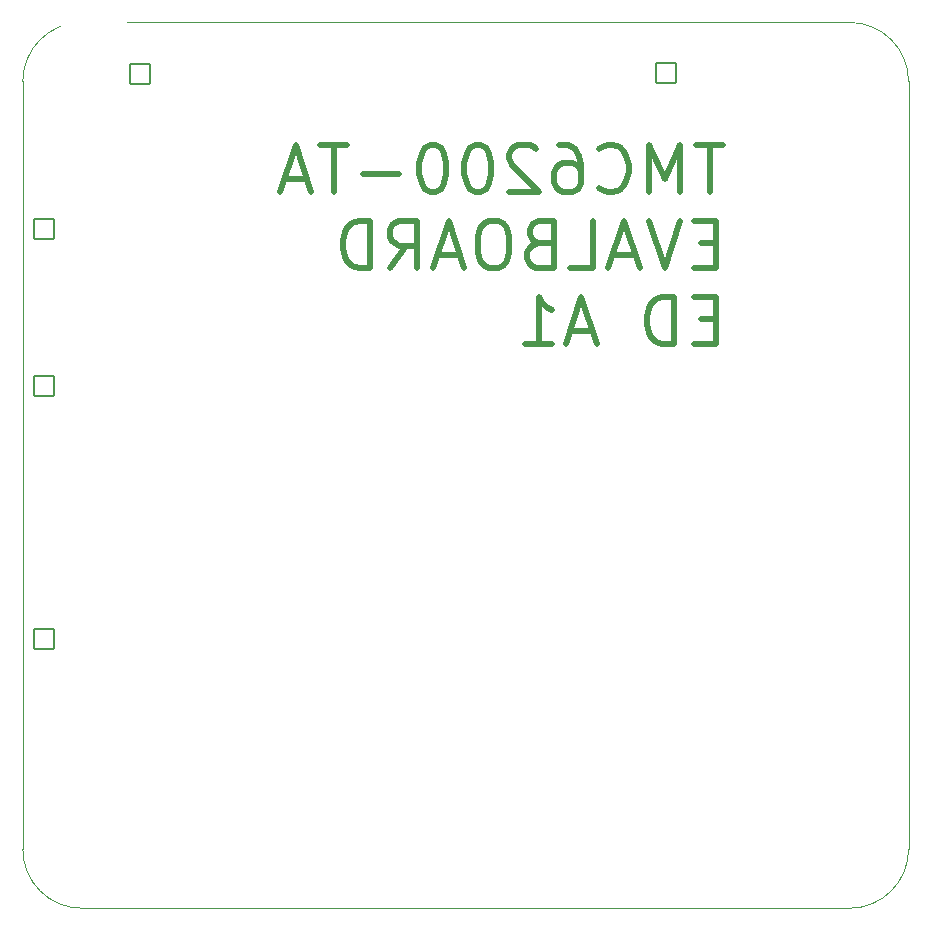
<source format=gbo>
%TF.GenerationSoftware,KiCad,Pcbnew,6.0.4-6f826c9f35~116~ubuntu20.04.1*%
%TF.CreationDate,2022-03-31T23:30:20+02:00*%
%TF.ProjectId,eval_board_tmc6200-ta,6576616c-5f62-46f6-9172-645f746d6336,rev?*%
%TF.SameCoordinates,Original*%
%TF.FileFunction,Legend,Bot*%
%TF.FilePolarity,Positive*%
%FSLAX46Y46*%
G04 Gerber Fmt 4.6, Leading zero omitted, Abs format (unit mm)*
G04 Created by KiCad (PCBNEW 6.0.4-6f826c9f35~116~ubuntu20.04.1) date 2022-03-31 23:30:20*
%MOMM*%
%LPD*%
G01*
G04 APERTURE LIST*
G04 Aperture macros list*
%AMRoundRect*
0 Rectangle with rounded corners*
0 $1 Rounding radius*
0 $2 $3 $4 $5 $6 $7 $8 $9 X,Y pos of 4 corners*
0 Add a 4 corners polygon primitive as box body*
4,1,4,$2,$3,$4,$5,$6,$7,$8,$9,$2,$3,0*
0 Add four circle primitives for the rounded corners*
1,1,$1+$1,$2,$3*
1,1,$1+$1,$4,$5*
1,1,$1+$1,$6,$7*
1,1,$1+$1,$8,$9*
0 Add four rect primitives between the rounded corners*
20,1,$1+$1,$2,$3,$4,$5,0*
20,1,$1+$1,$4,$5,$6,$7,0*
20,1,$1+$1,$6,$7,$8,$9,0*
20,1,$1+$1,$8,$9,$2,$3,0*%
G04 Aperture macros list end*
%TA.AperFunction,Profile*%
%ADD10C,0.100000*%
%TD*%
%ADD11C,0.500000*%
%ADD12C,0.010000*%
%ADD13RoundRect,0.050000X0.850000X-0.850000X0.850000X0.850000X-0.850000X0.850000X-0.850000X-0.850000X0*%
%ADD14O,1.800000X1.800000*%
%ADD15C,3.200000*%
%ADD16C,5.500000*%
%ADD17RoundRect,0.050000X-0.850000X-0.850000X0.850000X-0.850000X0.850000X0.850000X-0.850000X0.850000X0*%
%ADD18RoundRect,0.050000X0.850000X0.850000X-0.850000X0.850000X-0.850000X-0.850000X0.850000X-0.850000X0*%
G04 APERTURE END LIST*
D10*
X13978000Y-190645000D02*
G75*
G03*
X18978000Y-195645000I5000000J0D01*
G01*
X83978000Y-195645000D02*
G75*
G03*
X88978000Y-190645000I0J5000000D01*
G01*
X18978000Y-120645000D02*
G75*
G03*
X13978000Y-125645000I0J-5000000D01*
G01*
X88978000Y-125645000D02*
G75*
G03*
X83978000Y-120645000I-5000000J0D01*
G01*
X18978000Y-120645000D02*
X83978000Y-120645000D01*
X13978000Y-190645000D02*
X13978000Y-125645000D01*
X83978000Y-195645000D02*
X18978000Y-195645000D01*
X88978000Y-125645000D02*
X88978000Y-190645000D01*
D11*
X73272047Y-131014523D02*
X70986333Y-131014523D01*
X72129190Y-135014523D02*
X72129190Y-131014523D01*
X69653000Y-135014523D02*
X69653000Y-131014523D01*
X68319666Y-133871666D01*
X66986333Y-131014523D01*
X66986333Y-135014523D01*
X62795857Y-134633571D02*
X62986333Y-134824047D01*
X63557761Y-135014523D01*
X63938714Y-135014523D01*
X64510142Y-134824047D01*
X64891095Y-134443095D01*
X65081571Y-134062142D01*
X65272047Y-133300238D01*
X65272047Y-132728809D01*
X65081571Y-131966904D01*
X64891095Y-131585952D01*
X64510142Y-131205000D01*
X63938714Y-131014523D01*
X63557761Y-131014523D01*
X62986333Y-131205000D01*
X62795857Y-131395476D01*
X59367285Y-131014523D02*
X60129190Y-131014523D01*
X60510142Y-131205000D01*
X60700619Y-131395476D01*
X61081571Y-131966904D01*
X61272047Y-132728809D01*
X61272047Y-134252619D01*
X61081571Y-134633571D01*
X60891095Y-134824047D01*
X60510142Y-135014523D01*
X59748238Y-135014523D01*
X59367285Y-134824047D01*
X59176809Y-134633571D01*
X58986333Y-134252619D01*
X58986333Y-133300238D01*
X59176809Y-132919285D01*
X59367285Y-132728809D01*
X59748238Y-132538333D01*
X60510142Y-132538333D01*
X60891095Y-132728809D01*
X61081571Y-132919285D01*
X61272047Y-133300238D01*
X57462523Y-131395476D02*
X57272047Y-131205000D01*
X56891095Y-131014523D01*
X55938714Y-131014523D01*
X55557761Y-131205000D01*
X55367285Y-131395476D01*
X55176809Y-131776428D01*
X55176809Y-132157380D01*
X55367285Y-132728809D01*
X57653000Y-135014523D01*
X55176809Y-135014523D01*
X52700619Y-131014523D02*
X52319666Y-131014523D01*
X51938714Y-131205000D01*
X51748238Y-131395476D01*
X51557761Y-131776428D01*
X51367285Y-132538333D01*
X51367285Y-133490714D01*
X51557761Y-134252619D01*
X51748238Y-134633571D01*
X51938714Y-134824047D01*
X52319666Y-135014523D01*
X52700619Y-135014523D01*
X53081571Y-134824047D01*
X53272047Y-134633571D01*
X53462523Y-134252619D01*
X53653000Y-133490714D01*
X53653000Y-132538333D01*
X53462523Y-131776428D01*
X53272047Y-131395476D01*
X53081571Y-131205000D01*
X52700619Y-131014523D01*
X48891095Y-131014523D02*
X48510142Y-131014523D01*
X48129190Y-131205000D01*
X47938714Y-131395476D01*
X47748238Y-131776428D01*
X47557761Y-132538333D01*
X47557761Y-133490714D01*
X47748238Y-134252619D01*
X47938714Y-134633571D01*
X48129190Y-134824047D01*
X48510142Y-135014523D01*
X48891095Y-135014523D01*
X49272047Y-134824047D01*
X49462523Y-134633571D01*
X49653000Y-134252619D01*
X49843476Y-133490714D01*
X49843476Y-132538333D01*
X49653000Y-131776428D01*
X49462523Y-131395476D01*
X49272047Y-131205000D01*
X48891095Y-131014523D01*
X45843476Y-133490714D02*
X42795857Y-133490714D01*
X41462523Y-131014523D02*
X39176809Y-131014523D01*
X40319666Y-135014523D02*
X40319666Y-131014523D01*
X38033952Y-133871666D02*
X36129190Y-133871666D01*
X38414904Y-135014523D02*
X37081571Y-131014523D01*
X35748238Y-135014523D01*
X72700619Y-139359285D02*
X71367285Y-139359285D01*
X70795857Y-141454523D02*
X72700619Y-141454523D01*
X72700619Y-137454523D01*
X70795857Y-137454523D01*
X69653000Y-137454523D02*
X68319666Y-141454523D01*
X66986333Y-137454523D01*
X65843476Y-140311666D02*
X63938714Y-140311666D01*
X66224428Y-141454523D02*
X64891095Y-137454523D01*
X63557761Y-141454523D01*
X60319666Y-141454523D02*
X62224428Y-141454523D01*
X62224428Y-137454523D01*
X57653000Y-139359285D02*
X57081571Y-139549761D01*
X56891095Y-139740238D01*
X56700619Y-140121190D01*
X56700619Y-140692619D01*
X56891095Y-141073571D01*
X57081571Y-141264047D01*
X57462523Y-141454523D01*
X58986333Y-141454523D01*
X58986333Y-137454523D01*
X57653000Y-137454523D01*
X57272047Y-137645000D01*
X57081571Y-137835476D01*
X56891095Y-138216428D01*
X56891095Y-138597380D01*
X57081571Y-138978333D01*
X57272047Y-139168809D01*
X57653000Y-139359285D01*
X58986333Y-139359285D01*
X54224428Y-137454523D02*
X53462523Y-137454523D01*
X53081571Y-137645000D01*
X52700619Y-138025952D01*
X52510142Y-138787857D01*
X52510142Y-140121190D01*
X52700619Y-140883095D01*
X53081571Y-141264047D01*
X53462523Y-141454523D01*
X54224428Y-141454523D01*
X54605380Y-141264047D01*
X54986333Y-140883095D01*
X55176809Y-140121190D01*
X55176809Y-138787857D01*
X54986333Y-138025952D01*
X54605380Y-137645000D01*
X54224428Y-137454523D01*
X50986333Y-140311666D02*
X49081571Y-140311666D01*
X51367285Y-141454523D02*
X50033952Y-137454523D01*
X48700619Y-141454523D01*
X45081571Y-141454523D02*
X46414904Y-139549761D01*
X47367285Y-141454523D02*
X47367285Y-137454523D01*
X45843476Y-137454523D01*
X45462523Y-137645000D01*
X45272047Y-137835476D01*
X45081571Y-138216428D01*
X45081571Y-138787857D01*
X45272047Y-139168809D01*
X45462523Y-139359285D01*
X45843476Y-139549761D01*
X47367285Y-139549761D01*
X43367285Y-141454523D02*
X43367285Y-137454523D01*
X42414904Y-137454523D01*
X41843476Y-137645000D01*
X41462523Y-138025952D01*
X41272047Y-138406904D01*
X41081571Y-139168809D01*
X41081571Y-139740238D01*
X41272047Y-140502142D01*
X41462523Y-140883095D01*
X41843476Y-141264047D01*
X42414904Y-141454523D01*
X43367285Y-141454523D01*
X72700619Y-145799285D02*
X71367285Y-145799285D01*
X70795857Y-147894523D02*
X72700619Y-147894523D01*
X72700619Y-143894523D01*
X70795857Y-143894523D01*
X69081571Y-147894523D02*
X69081571Y-143894523D01*
X68129190Y-143894523D01*
X67557761Y-144085000D01*
X67176809Y-144465952D01*
X66986333Y-144846904D01*
X66795857Y-145608809D01*
X66795857Y-146180238D01*
X66986333Y-146942142D01*
X67176809Y-147323095D01*
X67557761Y-147704047D01*
X68129190Y-147894523D01*
X69081571Y-147894523D01*
X62224428Y-146751666D02*
X60319666Y-146751666D01*
X62605380Y-147894523D02*
X61272047Y-143894523D01*
X59938714Y-147894523D01*
X56510142Y-147894523D02*
X58795857Y-147894523D01*
X57653000Y-147894523D02*
X57653000Y-143894523D01*
X58033952Y-144465952D01*
X58414904Y-144846904D01*
X58795857Y-145037380D01*
%LPC*%
D12*
G36*
X22728000Y-123145000D02*
G01*
X17228000Y-123145000D01*
X17228000Y-120645000D01*
X22728000Y-120645000D01*
X22728000Y-123145000D01*
G37*
X22728000Y-123145000D02*
X17228000Y-123145000D01*
X17228000Y-120645000D01*
X22728000Y-120645000D01*
X22728000Y-123145000D01*
D13*
X23928000Y-125045000D03*
D14*
X23928000Y-122505000D03*
X26468000Y-125045000D03*
X26468000Y-122505000D03*
X29008000Y-125045000D03*
X29008000Y-122505000D03*
X31548000Y-125045000D03*
X31548000Y-122505000D03*
X34088000Y-125045000D03*
X34088000Y-122505000D03*
X36628000Y-125045000D03*
X36628000Y-122505000D03*
X39168000Y-125045000D03*
X39168000Y-122505000D03*
X41708000Y-125045000D03*
X41708000Y-122505000D03*
D15*
X83978000Y-190645000D03*
D16*
X83978000Y-190645000D03*
D13*
X68453000Y-124895000D03*
D14*
X70993000Y-124895000D03*
X73533000Y-124895000D03*
X76073000Y-124895000D03*
D17*
X15803000Y-151470000D03*
D14*
X15803000Y-154010000D03*
X15803000Y-156550000D03*
X15803000Y-159090000D03*
X15803000Y-161630000D03*
D18*
X15803000Y-138145000D03*
D14*
X15803000Y-135605000D03*
X15803000Y-133065000D03*
X15803000Y-130525000D03*
D15*
X83978000Y-125645000D03*
D16*
X83978000Y-125645000D03*
D15*
X18978000Y-125645000D03*
D16*
X18978000Y-125645000D03*
D18*
X15803000Y-172870000D03*
D14*
X15803000Y-170330000D03*
X15803000Y-167790000D03*
X15803000Y-165250000D03*
D15*
X18978000Y-190645000D03*
D16*
X18978000Y-190645000D03*
M02*

</source>
